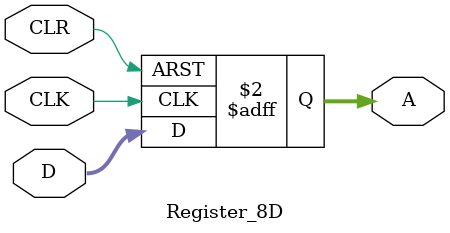
<source format=v>
`timescale 1ns / 1ps


module Register_8D(
    input [7:0] D,
    input CLR,CLK,
    output reg [7:0] A
    );

    always @(posedge CLR or posedge CLK)
    begin
        if(CLR)
            A<=8'b0;
        else
            A<=D;
    end
endmodule

</source>
